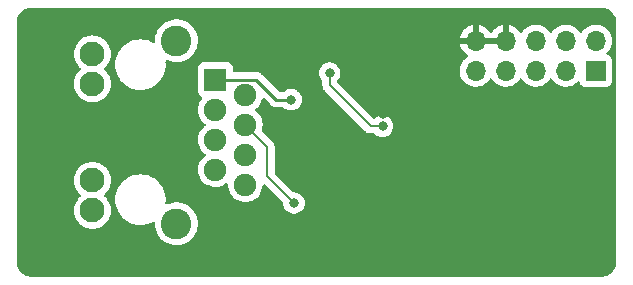
<source format=gbr>
%TF.GenerationSoftware,KiCad,Pcbnew,(6.0.4)*%
%TF.CreationDate,2022-06-15T11:08:02+02:00*%
%TF.ProjectId,W5500_Shield_Ethernet,57353530-305f-4536-9869-656c645f4574,rev?*%
%TF.SameCoordinates,Original*%
%TF.FileFunction,Copper,L2,Bot*%
%TF.FilePolarity,Positive*%
%FSLAX46Y46*%
G04 Gerber Fmt 4.6, Leading zero omitted, Abs format (unit mm)*
G04 Created by KiCad (PCBNEW (6.0.4)) date 2022-06-15 11:08:02*
%MOMM*%
%LPD*%
G01*
G04 APERTURE LIST*
%TA.AperFunction,ComponentPad*%
%ADD10R,1.900000X1.900000*%
%TD*%
%TA.AperFunction,ComponentPad*%
%ADD11C,1.900000*%
%TD*%
%TA.AperFunction,ComponentPad*%
%ADD12C,2.100000*%
%TD*%
%TA.AperFunction,ComponentPad*%
%ADD13C,2.600000*%
%TD*%
%TA.AperFunction,ComponentPad*%
%ADD14R,1.700000X1.700000*%
%TD*%
%TA.AperFunction,ComponentPad*%
%ADD15O,1.700000X1.700000*%
%TD*%
%TA.AperFunction,ViaPad*%
%ADD16C,0.800000*%
%TD*%
%TA.AperFunction,Conductor*%
%ADD17C,0.200000*%
%TD*%
%TA.AperFunction,Conductor*%
%ADD18C,0.250000*%
%TD*%
G04 APERTURE END LIST*
D10*
%TO.P,J1,1,TD+*%
%TO.N,Net-(J1-Pad1)*%
X98345000Y-64805000D03*
D11*
%TO.P,J1,2,TCT*%
%TO.N,Net-(C10-Pad2)*%
X100885000Y-66075000D03*
%TO.P,J1,3,TD-*%
%TO.N,Net-(J1-Pad3)*%
X98345000Y-67345000D03*
%TO.P,J1,4,RD+*%
%TO.N,Net-(C8-Pad2)*%
X100885000Y-68615000D03*
%TO.P,J1,5,RCT*%
%TO.N,Net-(C9-Pad2)*%
X98345000Y-69885000D03*
%TO.P,J1,6,RD-*%
%TO.N,Net-(C7-Pad2)*%
X100885000Y-71155000D03*
%TO.P,J1,7,NC*%
%TO.N,unconnected-(J1-Pad7)*%
X98345000Y-72425000D03*
%TO.P,J1,8,GND*%
%TO.N,Net-(C11-Pad2)*%
X100885000Y-73695000D03*
D12*
%TO.P,J1,L1,LEDY_A*%
%TO.N,+3V3*%
X87935000Y-62625000D03*
%TO.P,J1,L2,LEDY_K*%
%TO.N,/A_LED*%
X87935000Y-65165000D03*
%TO.P,J1,L3,LEDG_A*%
%TO.N,+3V3*%
X87935000Y-73335000D03*
%TO.P,J1,L4,LEDG_K*%
%TO.N,/K_LED*%
X87935000Y-75875000D03*
D13*
%TO.P,J1,SH,SHIELD*%
%TO.N,Net-(C11-Pad2)*%
X95045000Y-76995000D03*
X95045000Y-61505000D03*
%TD*%
D14*
%TO.P,J2,1,Pin_1*%
%TO.N,SCS_eth*%
X130550000Y-64040000D03*
D15*
%TO.P,J2,2,Pin_2*%
%TO.N,+3V3*%
X130550000Y-61500000D03*
%TO.P,J2,3,Pin_3*%
%TO.N,SCLK_eth*%
X128010000Y-64040000D03*
%TO.P,J2,4,Pin_4*%
%TO.N,+3V3*%
X128010000Y-61500000D03*
%TO.P,J2,5,Pin_5*%
%TO.N,MISO_eth*%
X125470000Y-64040000D03*
%TO.P,J2,6,Pin_6*%
%TO.N,+3V3*%
X125470000Y-61500000D03*
%TO.P,J2,7,Pin_7*%
%TO.N,MOSI_eth*%
X122930000Y-64040000D03*
%TO.P,J2,8,Pin_8*%
%TO.N,GND*%
X122930000Y-61500000D03*
%TO.P,J2,9,Pin_9*%
%TO.N,RESET_eth*%
X120390000Y-64040000D03*
%TO.P,J2,10,Pin_10*%
%TO.N,GND*%
X120390000Y-61500000D03*
%TD*%
D16*
%TO.N,GND*%
X121000000Y-71000000D03*
X112500000Y-67750000D03*
X112500000Y-60750000D03*
X109250000Y-77250000D03*
X105000000Y-72750000D03*
X114000000Y-62000000D03*
X110750000Y-65500000D03*
X109250000Y-78500000D03*
X114000000Y-71750000D03*
X110000000Y-73750000D03*
X126500000Y-67000000D03*
X111000000Y-77000000D03*
X102250000Y-62750000D03*
X117750000Y-77250000D03*
X124500000Y-72250000D03*
X110750000Y-75250000D03*
X114500000Y-77500000D03*
X115000000Y-62000000D03*
X114000000Y-76500000D03*
X108750000Y-71000000D03*
%TO.N,+3.3VA*%
X112500000Y-68750000D03*
X108020000Y-64250000D03*
%TO.N,Net-(C8-Pad2)*%
X105000000Y-75250000D03*
%TO.N,Net-(J1-Pad1)*%
X104750000Y-66500000D03*
%TD*%
D17*
%TO.N,+3.3VA*%
X108020000Y-65270000D02*
X111500000Y-68750000D01*
X111500000Y-68750000D02*
X112500000Y-68750000D01*
X108020000Y-64250000D02*
X108020000Y-65270000D01*
%TO.N,Net-(C8-Pad2)*%
X105000000Y-75250000D02*
X102750000Y-73000000D01*
X102750000Y-73000000D02*
X102750000Y-70480000D01*
X102750000Y-70480000D02*
X100885000Y-68615000D01*
D18*
%TO.N,Net-(J1-Pad1)*%
X103500000Y-66500000D02*
X104750000Y-66500000D01*
X98349511Y-64800489D02*
X98345000Y-64805000D01*
X101800489Y-64800489D02*
X98349511Y-64800489D01*
X103500000Y-66500000D02*
X101800489Y-64800489D01*
%TD*%
%TA.AperFunction,Conductor*%
%TO.N,GND*%
G36*
X130970018Y-58710000D02*
G01*
X130984851Y-58712310D01*
X130984855Y-58712310D01*
X130993724Y-58713691D01*
X131007789Y-58711852D01*
X131034003Y-58711176D01*
X131192152Y-58723623D01*
X131211677Y-58726716D01*
X131389459Y-58769398D01*
X131408254Y-58775505D01*
X131492712Y-58810488D01*
X131577166Y-58845470D01*
X131594783Y-58854446D01*
X131750670Y-58949974D01*
X131766665Y-58961596D01*
X131905687Y-59080332D01*
X131919668Y-59094313D01*
X132038404Y-59233335D01*
X132050026Y-59249330D01*
X132145554Y-59405217D01*
X132154530Y-59422834D01*
X132224494Y-59591742D01*
X132230604Y-59610546D01*
X132273284Y-59788322D01*
X132276377Y-59807850D01*
X132288272Y-59958987D01*
X132287630Y-59975875D01*
X132287800Y-59975877D01*
X132287690Y-59984853D01*
X132286309Y-59993724D01*
X132287473Y-60002626D01*
X132287473Y-60002628D01*
X132290436Y-60025283D01*
X132291500Y-60041621D01*
X132291500Y-80150633D01*
X132290000Y-80170018D01*
X132287690Y-80184851D01*
X132287690Y-80184855D01*
X132286309Y-80193724D01*
X132288148Y-80207789D01*
X132288824Y-80234003D01*
X132276377Y-80392150D01*
X132276377Y-80392151D01*
X132273284Y-80411678D01*
X132230604Y-80589454D01*
X132224494Y-80608258D01*
X132154530Y-80777166D01*
X132145554Y-80794783D01*
X132050026Y-80950670D01*
X132038404Y-80966665D01*
X131919668Y-81105687D01*
X131905687Y-81119668D01*
X131766665Y-81238404D01*
X131750670Y-81250026D01*
X131594783Y-81345554D01*
X131577166Y-81354530D01*
X131492712Y-81389512D01*
X131408254Y-81424495D01*
X131389459Y-81430602D01*
X131211678Y-81473284D01*
X131192150Y-81476377D01*
X131041013Y-81488272D01*
X131024125Y-81487630D01*
X131024123Y-81487800D01*
X131015147Y-81487690D01*
X131006276Y-81486309D01*
X130997374Y-81487473D01*
X130997372Y-81487473D01*
X130982323Y-81489441D01*
X130974714Y-81490436D01*
X130958379Y-81491500D01*
X82849367Y-81491500D01*
X82829982Y-81490000D01*
X82815149Y-81487690D01*
X82815145Y-81487690D01*
X82806276Y-81486309D01*
X82792211Y-81488148D01*
X82765997Y-81488824D01*
X82607848Y-81476377D01*
X82588322Y-81473284D01*
X82410541Y-81430602D01*
X82391746Y-81424495D01*
X82307288Y-81389512D01*
X82222834Y-81354530D01*
X82205217Y-81345554D01*
X82049330Y-81250026D01*
X82033335Y-81238404D01*
X81894313Y-81119668D01*
X81880332Y-81105687D01*
X81761596Y-80966665D01*
X81749974Y-80950670D01*
X81654446Y-80794783D01*
X81645470Y-80777166D01*
X81575506Y-80608258D01*
X81569396Y-80589454D01*
X81526716Y-80411678D01*
X81523623Y-80392150D01*
X81512009Y-80244583D01*
X81512994Y-80222258D01*
X81512334Y-80222199D01*
X81512769Y-80217351D01*
X81513576Y-80212552D01*
X81513729Y-80200000D01*
X81509773Y-80172376D01*
X81508500Y-80154514D01*
X81508500Y-75875000D01*
X86371681Y-75875000D01*
X86390928Y-76119557D01*
X86392082Y-76124364D01*
X86392083Y-76124370D01*
X86406750Y-76185462D01*
X86448195Y-76358092D01*
X86542073Y-76584732D01*
X86670248Y-76793896D01*
X86673463Y-76797660D01*
X86673465Y-76797663D01*
X86805451Y-76952197D01*
X86829567Y-76980433D01*
X86833323Y-76983641D01*
X86967805Y-77098500D01*
X87016104Y-77139752D01*
X87020327Y-77142340D01*
X87020330Y-77142342D01*
X87089515Y-77184738D01*
X87225268Y-77267927D01*
X87369967Y-77327864D01*
X87447335Y-77359911D01*
X87447337Y-77359912D01*
X87451908Y-77361805D01*
X87534563Y-77381649D01*
X87685630Y-77417917D01*
X87685636Y-77417918D01*
X87690443Y-77419072D01*
X87935000Y-77438319D01*
X88179557Y-77419072D01*
X88184364Y-77417918D01*
X88184370Y-77417917D01*
X88335437Y-77381649D01*
X88418092Y-77361805D01*
X88422663Y-77359912D01*
X88422665Y-77359911D01*
X88500033Y-77327864D01*
X88644732Y-77267927D01*
X88780485Y-77184738D01*
X88849670Y-77142342D01*
X88849673Y-77142340D01*
X88853896Y-77139752D01*
X88902196Y-77098500D01*
X89036677Y-76983641D01*
X89040433Y-76980433D01*
X89064549Y-76952197D01*
X89196535Y-76797663D01*
X89196537Y-76797660D01*
X89199752Y-76793896D01*
X89327927Y-76584732D01*
X89421805Y-76358092D01*
X89463250Y-76185462D01*
X89477917Y-76124370D01*
X89477918Y-76124364D01*
X89479072Y-76119557D01*
X89498319Y-75875000D01*
X89479072Y-75630443D01*
X89476939Y-75621556D01*
X89434841Y-75446206D01*
X89421805Y-75391908D01*
X89404814Y-75350887D01*
X89350062Y-75218707D01*
X89327927Y-75165268D01*
X89287488Y-75099277D01*
X89860735Y-75099277D01*
X89861294Y-75103521D01*
X89861294Y-75103525D01*
X89868867Y-75161049D01*
X89898705Y-75387687D01*
X89975465Y-75668276D01*
X89977149Y-75672224D01*
X90061538Y-75870070D01*
X90089596Y-75935852D01*
X90238985Y-76185462D01*
X90420867Y-76412489D01*
X90631878Y-76612731D01*
X90868113Y-76782483D01*
X91125200Y-76918603D01*
X91129223Y-76920075D01*
X91129227Y-76920077D01*
X91325358Y-76991851D01*
X91398382Y-77018574D01*
X91682604Y-77080544D01*
X91711650Y-77082830D01*
X91908297Y-77098307D01*
X91908304Y-77098307D01*
X91910753Y-77098500D01*
X92068121Y-77098500D01*
X92070257Y-77098354D01*
X92070268Y-77098354D01*
X92280949Y-77083991D01*
X92280955Y-77083990D01*
X92285226Y-77083699D01*
X92289421Y-77082830D01*
X92289423Y-77082830D01*
X92427654Y-77054204D01*
X92570081Y-77024709D01*
X92844295Y-76927605D01*
X93048994Y-76821952D01*
X93118700Y-76808483D01*
X93184624Y-76834838D01*
X93225833Y-76892651D01*
X93231169Y-76938162D01*
X93232641Y-76938201D01*
X93232518Y-76942874D01*
X93232050Y-76947526D01*
X93232274Y-76952192D01*
X93232274Y-76952197D01*
X93235689Y-77023279D01*
X93244947Y-77216019D01*
X93297388Y-77479656D01*
X93388220Y-77732646D01*
X93515450Y-77969431D01*
X93518241Y-77973168D01*
X93518245Y-77973175D01*
X93599887Y-78082506D01*
X93676281Y-78184810D01*
X93679590Y-78188090D01*
X93679595Y-78188096D01*
X93863863Y-78370762D01*
X93867180Y-78374050D01*
X93870942Y-78376808D01*
X93870945Y-78376811D01*
X93983299Y-78459192D01*
X94083954Y-78532995D01*
X94088089Y-78535171D01*
X94088093Y-78535173D01*
X94317698Y-78655975D01*
X94321840Y-78658154D01*
X94575613Y-78746775D01*
X94580206Y-78747647D01*
X94835109Y-78796042D01*
X94835112Y-78796042D01*
X94839698Y-78796913D01*
X94967370Y-78801929D01*
X95103625Y-78807283D01*
X95103630Y-78807283D01*
X95108293Y-78807466D01*
X95212607Y-78796042D01*
X95370844Y-78778713D01*
X95370850Y-78778712D01*
X95375497Y-78778203D01*
X95380021Y-78777012D01*
X95630918Y-78710956D01*
X95630920Y-78710955D01*
X95635441Y-78709765D01*
X95639738Y-78707919D01*
X95878120Y-78605502D01*
X95878122Y-78605501D01*
X95882414Y-78603657D01*
X96001071Y-78530230D01*
X96107017Y-78464669D01*
X96107021Y-78464666D01*
X96110990Y-78462210D01*
X96316149Y-78288530D01*
X96493382Y-78086434D01*
X96638797Y-77860361D01*
X96749199Y-77615278D01*
X96786209Y-77484051D01*
X96820893Y-77361072D01*
X96820894Y-77361069D01*
X96822163Y-77356568D01*
X96840043Y-77216019D01*
X96855688Y-77093045D01*
X96855688Y-77093041D01*
X96856086Y-77089915D01*
X96856272Y-77082830D01*
X96858488Y-76998160D01*
X96858571Y-76995000D01*
X96838650Y-76726937D01*
X96813374Y-76615231D01*
X96780361Y-76469331D01*
X96780360Y-76469326D01*
X96779327Y-76464763D01*
X96681902Y-76214238D01*
X96548518Y-75980864D01*
X96510588Y-75932749D01*
X96465062Y-75875000D01*
X96382105Y-75769769D01*
X96186317Y-75585591D01*
X95965457Y-75432374D01*
X95961264Y-75430306D01*
X95728564Y-75315551D01*
X95728561Y-75315550D01*
X95724376Y-75313486D01*
X95676745Y-75298239D01*
X95505536Y-75243435D01*
X95468370Y-75231538D01*
X95463763Y-75230788D01*
X95463760Y-75230787D01*
X95207674Y-75189081D01*
X95207675Y-75189081D01*
X95203063Y-75188330D01*
X95072719Y-75186624D01*
X94938961Y-75184873D01*
X94938958Y-75184873D01*
X94934284Y-75184812D01*
X94667937Y-75221060D01*
X94409874Y-75296278D01*
X94405621Y-75298238D01*
X94405620Y-75298239D01*
X94291418Y-75350887D01*
X94221181Y-75361242D01*
X94156495Y-75331979D01*
X94117898Y-75272391D01*
X94113924Y-75218707D01*
X94116291Y-75202081D01*
X94127742Y-75121619D01*
X94128952Y-74890523D01*
X94129243Y-74835009D01*
X94129243Y-74835003D01*
X94129265Y-74830723D01*
X94126908Y-74812815D01*
X94105100Y-74647171D01*
X94091295Y-74542313D01*
X94014535Y-74261724D01*
X94000491Y-74228799D01*
X93902090Y-73998100D01*
X93902088Y-73998096D01*
X93900404Y-73994148D01*
X93751015Y-73744538D01*
X93736337Y-73726216D01*
X93651661Y-73620523D01*
X93569133Y-73517511D01*
X93376807Y-73335000D01*
X93361231Y-73320219D01*
X93361228Y-73320217D01*
X93358122Y-73317269D01*
X93121887Y-73147517D01*
X92864800Y-73011397D01*
X92860777Y-73009925D01*
X92860773Y-73009923D01*
X92595649Y-72912901D01*
X92595647Y-72912900D01*
X92591618Y-72911426D01*
X92307396Y-72849456D01*
X92263598Y-72846009D01*
X92081703Y-72831693D01*
X92081696Y-72831693D01*
X92079247Y-72831500D01*
X91921879Y-72831500D01*
X91919743Y-72831646D01*
X91919732Y-72831646D01*
X91709051Y-72846009D01*
X91709045Y-72846010D01*
X91704774Y-72846301D01*
X91700579Y-72847170D01*
X91700577Y-72847170D01*
X91654462Y-72856720D01*
X91419919Y-72905291D01*
X91145705Y-73002395D01*
X91141896Y-73004361D01*
X90995219Y-73080067D01*
X90887207Y-73135816D01*
X90883706Y-73138277D01*
X90883702Y-73138279D01*
X90870558Y-73147517D01*
X90649208Y-73303085D01*
X90646067Y-73306004D01*
X90465354Y-73473933D01*
X90436112Y-73501106D01*
X90433398Y-73504422D01*
X90433395Y-73504425D01*
X90338370Y-73620523D01*
X90251861Y-73726216D01*
X90099867Y-73974248D01*
X90098148Y-73978165D01*
X90098146Y-73978168D01*
X90084515Y-74009220D01*
X89982941Y-74240614D01*
X89981765Y-74244742D01*
X89981764Y-74244745D01*
X89964715Y-74304595D01*
X89903246Y-74520384D01*
X89902642Y-74524626D01*
X89902641Y-74524632D01*
X89877567Y-74700811D01*
X89862258Y-74808381D01*
X89860735Y-75099277D01*
X89287488Y-75099277D01*
X89199752Y-74956104D01*
X89193757Y-74949084D01*
X89043641Y-74773323D01*
X89040433Y-74769567D01*
X89010420Y-74743933D01*
X88959931Y-74700811D01*
X88921122Y-74641360D01*
X88920616Y-74570365D01*
X88959931Y-74509189D01*
X89036677Y-74443641D01*
X89040433Y-74440433D01*
X89123759Y-74342872D01*
X89196535Y-74257663D01*
X89196537Y-74257660D01*
X89199752Y-74253896D01*
X89212098Y-74233750D01*
X89271113Y-74137445D01*
X89327927Y-74044732D01*
X89390561Y-73893521D01*
X89419911Y-73822665D01*
X89419912Y-73822663D01*
X89421805Y-73818092D01*
X89479072Y-73579557D01*
X89498319Y-73335000D01*
X89479072Y-73090443D01*
X89477732Y-73084859D01*
X89436094Y-72911426D01*
X89421805Y-72851908D01*
X89419843Y-72847170D01*
X89368220Y-72722544D01*
X89327927Y-72625268D01*
X89224566Y-72456597D01*
X89202342Y-72420330D01*
X89202340Y-72420327D01*
X89199752Y-72416104D01*
X89181657Y-72394917D01*
X89176812Y-72389244D01*
X96881938Y-72389244D01*
X96882235Y-72394396D01*
X96882235Y-72394400D01*
X96884338Y-72430873D01*
X96895744Y-72628680D01*
X96896879Y-72633717D01*
X96896880Y-72633723D01*
X96947331Y-72857592D01*
X96948470Y-72862646D01*
X97038702Y-73084859D01*
X97164014Y-73289351D01*
X97321043Y-73470630D01*
X97505571Y-73623828D01*
X97712643Y-73744831D01*
X97717468Y-73746673D01*
X97717469Y-73746674D01*
X97760595Y-73763142D01*
X97936697Y-73830389D01*
X97941763Y-73831420D01*
X97941764Y-73831420D01*
X97998039Y-73842869D01*
X98171716Y-73878204D01*
X98307264Y-73883174D01*
X98406225Y-73886803D01*
X98406229Y-73886803D01*
X98411389Y-73886992D01*
X98416509Y-73886336D01*
X98416511Y-73886336D01*
X98644151Y-73857175D01*
X98644152Y-73857175D01*
X98649279Y-73856518D01*
X98732935Y-73831420D01*
X98874042Y-73789086D01*
X98874047Y-73789084D01*
X98878997Y-73787599D01*
X99094374Y-73682087D01*
X99098579Y-73679087D01*
X99098585Y-73679084D01*
X99224443Y-73589310D01*
X99291516Y-73566037D01*
X99360525Y-73582720D01*
X99409559Y-73634064D01*
X99423402Y-73684636D01*
X99435744Y-73898680D01*
X99436879Y-73903717D01*
X99436880Y-73903723D01*
X99457258Y-73994148D01*
X99488470Y-74132646D01*
X99490419Y-74137445D01*
X99573835Y-74342872D01*
X99578702Y-74354859D01*
X99704014Y-74559351D01*
X99707398Y-74563257D01*
X99707399Y-74563259D01*
X99714221Y-74571134D01*
X99861043Y-74740630D01*
X100045571Y-74893828D01*
X100252643Y-75014831D01*
X100476697Y-75100389D01*
X100481763Y-75101420D01*
X100481764Y-75101420D01*
X100492111Y-75103525D01*
X100711716Y-75148204D01*
X100847264Y-75153174D01*
X100946225Y-75156803D01*
X100946229Y-75156803D01*
X100951389Y-75156992D01*
X100956509Y-75156336D01*
X100956511Y-75156336D01*
X101184151Y-75127175D01*
X101184152Y-75127175D01*
X101189279Y-75126518D01*
X101205608Y-75121619D01*
X101414042Y-75059086D01*
X101414047Y-75059084D01*
X101418997Y-75057599D01*
X101634374Y-74952087D01*
X101638579Y-74949087D01*
X101638585Y-74949084D01*
X101737618Y-74878444D01*
X101829627Y-74812815D01*
X101999511Y-74643523D01*
X102023422Y-74610248D01*
X102136445Y-74452958D01*
X102139463Y-74448758D01*
X102143578Y-74440433D01*
X102243433Y-74238392D01*
X102243434Y-74238390D01*
X102245727Y-74233750D01*
X102315447Y-74004274D01*
X102346752Y-73766492D01*
X102346946Y-73758563D01*
X102368609Y-73690952D01*
X102423387Y-73645786D01*
X102493887Y-73637406D01*
X102562003Y-73672552D01*
X104050281Y-75160830D01*
X104084307Y-75223142D01*
X104086841Y-75246716D01*
X104086496Y-75250000D01*
X104087186Y-75256565D01*
X104105447Y-75430306D01*
X104106458Y-75439928D01*
X104165473Y-75621556D01*
X104168776Y-75627278D01*
X104168777Y-75627279D01*
X104190057Y-75664137D01*
X104260960Y-75786944D01*
X104388747Y-75928866D01*
X104543248Y-76041118D01*
X104549276Y-76043802D01*
X104549278Y-76043803D01*
X104711681Y-76116109D01*
X104717712Y-76118794D01*
X104811112Y-76138647D01*
X104898056Y-76157128D01*
X104898061Y-76157128D01*
X104904513Y-76158500D01*
X105095487Y-76158500D01*
X105101939Y-76157128D01*
X105101944Y-76157128D01*
X105188888Y-76138647D01*
X105282288Y-76118794D01*
X105288319Y-76116109D01*
X105450722Y-76043803D01*
X105450724Y-76043802D01*
X105456752Y-76041118D01*
X105611253Y-75928866D01*
X105739040Y-75786944D01*
X105809943Y-75664137D01*
X105831223Y-75627279D01*
X105831224Y-75627278D01*
X105834527Y-75621556D01*
X105893542Y-75439928D01*
X105894554Y-75430306D01*
X105912814Y-75256565D01*
X105913504Y-75250000D01*
X105905079Y-75169839D01*
X105894232Y-75066635D01*
X105894232Y-75066633D01*
X105893542Y-75060072D01*
X105834527Y-74878444D01*
X105739040Y-74713056D01*
X105611253Y-74571134D01*
X105456752Y-74458882D01*
X105450724Y-74456198D01*
X105450722Y-74456197D01*
X105288319Y-74383891D01*
X105288318Y-74383891D01*
X105282288Y-74381206D01*
X105188888Y-74361353D01*
X105101944Y-74342872D01*
X105101939Y-74342872D01*
X105095487Y-74341500D01*
X105004239Y-74341500D01*
X104936118Y-74321498D01*
X104915144Y-74304595D01*
X103395405Y-72784856D01*
X103361379Y-72722544D01*
X103358500Y-72695761D01*
X103358500Y-70528136D01*
X103359578Y-70511690D01*
X103362672Y-70488188D01*
X103363750Y-70480000D01*
X103358500Y-70440122D01*
X103358500Y-70440115D01*
X103342838Y-70321150D01*
X103281524Y-70173125D01*
X103276497Y-70166574D01*
X103276495Y-70166570D01*
X103261722Y-70147318D01*
X103208483Y-70077936D01*
X103208477Y-70077928D01*
X103208474Y-70077925D01*
X103183987Y-70046013D01*
X103177432Y-70040983D01*
X103158621Y-70026548D01*
X103146230Y-70015681D01*
X102308143Y-69177594D01*
X102274117Y-69115282D01*
X102276680Y-69051870D01*
X102308036Y-68948668D01*
X102315447Y-68924274D01*
X102346752Y-68686492D01*
X102347252Y-68666021D01*
X102348417Y-68618365D01*
X102348417Y-68618361D01*
X102348499Y-68615000D01*
X102335987Y-68462815D01*
X102329271Y-68381124D01*
X102329270Y-68381118D01*
X102328847Y-68375973D01*
X102270420Y-68143364D01*
X102268364Y-68138634D01*
X102268361Y-68138627D01*
X102176847Y-67928159D01*
X102176845Y-67928156D01*
X102174787Y-67923422D01*
X102149214Y-67883891D01*
X102047325Y-67726396D01*
X102047323Y-67726393D01*
X102044515Y-67722053D01*
X101886758Y-67548680D01*
X101886582Y-67548487D01*
X101886580Y-67548486D01*
X101883104Y-67544665D01*
X101879053Y-67541466D01*
X101879049Y-67541462D01*
X101755333Y-67443757D01*
X101714270Y-67385840D01*
X101711038Y-67314917D01*
X101746664Y-67253505D01*
X101760257Y-67242296D01*
X101825423Y-67195814D01*
X101825425Y-67195812D01*
X101829627Y-67192815D01*
X101999511Y-67023523D01*
X102008396Y-67011159D01*
X102136445Y-66832958D01*
X102139463Y-66828758D01*
X102208078Y-66689928D01*
X102243433Y-66618392D01*
X102243434Y-66618390D01*
X102245727Y-66613750D01*
X102247234Y-66608791D01*
X102294663Y-66452686D01*
X102333604Y-66393322D01*
X102398458Y-66364435D01*
X102468634Y-66375196D01*
X102504316Y-66400220D01*
X102996343Y-66892247D01*
X103003887Y-66900537D01*
X103008000Y-66907018D01*
X103013777Y-66912443D01*
X103057667Y-66953658D01*
X103060509Y-66956413D01*
X103080231Y-66976135D01*
X103083355Y-66978558D01*
X103083359Y-66978562D01*
X103083424Y-66978612D01*
X103092445Y-66986317D01*
X103124679Y-67016586D01*
X103131627Y-67020405D01*
X103131629Y-67020407D01*
X103142432Y-67026346D01*
X103158959Y-67037202D01*
X103168698Y-67044757D01*
X103168700Y-67044758D01*
X103174960Y-67049614D01*
X103215540Y-67067174D01*
X103226188Y-67072391D01*
X103264940Y-67093695D01*
X103272616Y-67095666D01*
X103272619Y-67095667D01*
X103284562Y-67098733D01*
X103303267Y-67105137D01*
X103321855Y-67113181D01*
X103329678Y-67114420D01*
X103329688Y-67114423D01*
X103365524Y-67120099D01*
X103377144Y-67122505D01*
X103412289Y-67131528D01*
X103419970Y-67133500D01*
X103440224Y-67133500D01*
X103459934Y-67135051D01*
X103479943Y-67138220D01*
X103487835Y-67137474D01*
X103523961Y-67134059D01*
X103535819Y-67133500D01*
X104041800Y-67133500D01*
X104109921Y-67153502D01*
X104129147Y-67169843D01*
X104129420Y-67169540D01*
X104134332Y-67173963D01*
X104138747Y-67178866D01*
X104152931Y-67189171D01*
X104278327Y-67280277D01*
X104293248Y-67291118D01*
X104299276Y-67293802D01*
X104299278Y-67293803D01*
X104461681Y-67366109D01*
X104467712Y-67368794D01*
X104547907Y-67385840D01*
X104648056Y-67407128D01*
X104648061Y-67407128D01*
X104654513Y-67408500D01*
X104845487Y-67408500D01*
X104851939Y-67407128D01*
X104851944Y-67407128D01*
X104952093Y-67385840D01*
X105032288Y-67368794D01*
X105038319Y-67366109D01*
X105200722Y-67293803D01*
X105200724Y-67293802D01*
X105206752Y-67291118D01*
X105221674Y-67280277D01*
X105337926Y-67195814D01*
X105361253Y-67178866D01*
X105397851Y-67138220D01*
X105484621Y-67041852D01*
X105484622Y-67041851D01*
X105489040Y-67036944D01*
X105564053Y-66907018D01*
X105581223Y-66877279D01*
X105581224Y-66877278D01*
X105584527Y-66871556D01*
X105643542Y-66689928D01*
X105647428Y-66652960D01*
X105662814Y-66506565D01*
X105663504Y-66500000D01*
X105643542Y-66310072D01*
X105584527Y-66128444D01*
X105574503Y-66111081D01*
X105511354Y-66001705D01*
X105489040Y-65963056D01*
X105361253Y-65821134D01*
X105241763Y-65734319D01*
X105212094Y-65712763D01*
X105212093Y-65712762D01*
X105206752Y-65708882D01*
X105200724Y-65706198D01*
X105200722Y-65706197D01*
X105038319Y-65633891D01*
X105038318Y-65633891D01*
X105032288Y-65631206D01*
X104938888Y-65611353D01*
X104851944Y-65592872D01*
X104851939Y-65592872D01*
X104845487Y-65591500D01*
X104654513Y-65591500D01*
X104648061Y-65592872D01*
X104648056Y-65592872D01*
X104561112Y-65611353D01*
X104467712Y-65631206D01*
X104461682Y-65633891D01*
X104461681Y-65633891D01*
X104299278Y-65706197D01*
X104299276Y-65706198D01*
X104293248Y-65708882D01*
X104287907Y-65712762D01*
X104287906Y-65712763D01*
X104258237Y-65734319D01*
X104138747Y-65821134D01*
X104134332Y-65826037D01*
X104129420Y-65830460D01*
X104128295Y-65829211D01*
X104074986Y-65862051D01*
X104041800Y-65866500D01*
X103814594Y-65866500D01*
X103746473Y-65846498D01*
X103725499Y-65829595D01*
X103024202Y-65128297D01*
X102304141Y-64408236D01*
X102296601Y-64399950D01*
X102292489Y-64393471D01*
X102242837Y-64346845D01*
X102239996Y-64344091D01*
X102220259Y-64324354D01*
X102217062Y-64321874D01*
X102208040Y-64314169D01*
X102181589Y-64289330D01*
X102175810Y-64283903D01*
X102168864Y-64280084D01*
X102168861Y-64280082D01*
X102158055Y-64274141D01*
X102141536Y-64263290D01*
X102141072Y-64262930D01*
X102125530Y-64250875D01*
X102123508Y-64250000D01*
X107106496Y-64250000D01*
X107107186Y-64256565D01*
X107114606Y-64327158D01*
X107126458Y-64439928D01*
X107185473Y-64621556D01*
X107280960Y-64786944D01*
X107285378Y-64791851D01*
X107285379Y-64791852D01*
X107379136Y-64895980D01*
X107409854Y-64959987D01*
X107411500Y-64980290D01*
X107411500Y-65221864D01*
X107410422Y-65238307D01*
X107406250Y-65270000D01*
X107411500Y-65309880D01*
X107411500Y-65309885D01*
X107419663Y-65371883D01*
X107419858Y-65373366D01*
X107419858Y-65373368D01*
X107425256Y-65414370D01*
X107427162Y-65428851D01*
X107488476Y-65576876D01*
X107493503Y-65583427D01*
X107493504Y-65583429D01*
X107561520Y-65672069D01*
X107561526Y-65672075D01*
X107586013Y-65703987D01*
X107592568Y-65709017D01*
X107611379Y-65723452D01*
X107623770Y-65734319D01*
X111035685Y-69146234D01*
X111046552Y-69158625D01*
X111066013Y-69183987D01*
X111097925Y-69208474D01*
X111097928Y-69208477D01*
X111193124Y-69281524D01*
X111200754Y-69284684D01*
X111200755Y-69284685D01*
X111225439Y-69294909D01*
X111341150Y-69342838D01*
X111460115Y-69358500D01*
X111460120Y-69358500D01*
X111460129Y-69358501D01*
X111491812Y-69362672D01*
X111500000Y-69363750D01*
X111531693Y-69359578D01*
X111548136Y-69358500D01*
X111769290Y-69358500D01*
X111837411Y-69378502D01*
X111862926Y-69400189D01*
X111888747Y-69428866D01*
X112043248Y-69541118D01*
X112049276Y-69543802D01*
X112049278Y-69543803D01*
X112199685Y-69610768D01*
X112217712Y-69618794D01*
X112311113Y-69638647D01*
X112398056Y-69657128D01*
X112398061Y-69657128D01*
X112404513Y-69658500D01*
X112595487Y-69658500D01*
X112601939Y-69657128D01*
X112601944Y-69657128D01*
X112688887Y-69638647D01*
X112782288Y-69618794D01*
X112800315Y-69610768D01*
X112950722Y-69543803D01*
X112950724Y-69543802D01*
X112956752Y-69541118D01*
X113111253Y-69428866D01*
X113239040Y-69286944D01*
X113334527Y-69121556D01*
X113393542Y-68939928D01*
X113395727Y-68919144D01*
X113412814Y-68756565D01*
X113413504Y-68750000D01*
X113395557Y-68579244D01*
X113394232Y-68566635D01*
X113394232Y-68566633D01*
X113393542Y-68560072D01*
X113334527Y-68378444D01*
X113239040Y-68213056D01*
X113111253Y-68071134D01*
X112956752Y-67958882D01*
X112950724Y-67956198D01*
X112950722Y-67956197D01*
X112788319Y-67883891D01*
X112788318Y-67883891D01*
X112782288Y-67881206D01*
X112688887Y-67861353D01*
X112601944Y-67842872D01*
X112601939Y-67842872D01*
X112595487Y-67841500D01*
X112404513Y-67841500D01*
X112398061Y-67842872D01*
X112398056Y-67842872D01*
X112311113Y-67861353D01*
X112217712Y-67881206D01*
X112211682Y-67883891D01*
X112211681Y-67883891D01*
X112049278Y-67956197D01*
X112049276Y-67956198D01*
X112043248Y-67958882D01*
X111888747Y-68071134D01*
X111884333Y-68076037D01*
X111884330Y-68076039D01*
X111879487Y-68081418D01*
X111819042Y-68118659D01*
X111748058Y-68117309D01*
X111696754Y-68086205D01*
X108672289Y-65061740D01*
X108638263Y-64999428D01*
X108643328Y-64928613D01*
X108667747Y-64888335D01*
X108759040Y-64786944D01*
X108854527Y-64621556D01*
X108913542Y-64439928D01*
X108925395Y-64327158D01*
X108932814Y-64256565D01*
X108933504Y-64250000D01*
X108913542Y-64060072D01*
X108896199Y-64006695D01*
X119027251Y-64006695D01*
X119027548Y-64011848D01*
X119027548Y-64011851D01*
X119030516Y-64063323D01*
X119040110Y-64229715D01*
X119041247Y-64234761D01*
X119041248Y-64234767D01*
X119047682Y-64263315D01*
X119089222Y-64447639D01*
X119173266Y-64654616D01*
X119210685Y-64715678D01*
X119287291Y-64840688D01*
X119289987Y-64845088D01*
X119436250Y-65013938D01*
X119608126Y-65156632D01*
X119801000Y-65269338D01*
X120009692Y-65349030D01*
X120014760Y-65350061D01*
X120014763Y-65350062D01*
X120093834Y-65366149D01*
X120228597Y-65393567D01*
X120233772Y-65393757D01*
X120233774Y-65393757D01*
X120446673Y-65401564D01*
X120446677Y-65401564D01*
X120451837Y-65401753D01*
X120456957Y-65401097D01*
X120456959Y-65401097D01*
X120668288Y-65374025D01*
X120668289Y-65374025D01*
X120673416Y-65373368D01*
X120704028Y-65364184D01*
X120882429Y-65310661D01*
X120882434Y-65310659D01*
X120887384Y-65309174D01*
X121087994Y-65210896D01*
X121269860Y-65081173D01*
X121428096Y-64923489D01*
X121487594Y-64840689D01*
X121558453Y-64742077D01*
X121559776Y-64743028D01*
X121606645Y-64699857D01*
X121676580Y-64687625D01*
X121742026Y-64715144D01*
X121769875Y-64746994D01*
X121829987Y-64845088D01*
X121976250Y-65013938D01*
X122148126Y-65156632D01*
X122341000Y-65269338D01*
X122549692Y-65349030D01*
X122554760Y-65350061D01*
X122554763Y-65350062D01*
X122633834Y-65366149D01*
X122768597Y-65393567D01*
X122773772Y-65393757D01*
X122773774Y-65393757D01*
X122986673Y-65401564D01*
X122986677Y-65401564D01*
X122991837Y-65401753D01*
X122996957Y-65401097D01*
X122996959Y-65401097D01*
X123208288Y-65374025D01*
X123208289Y-65374025D01*
X123213416Y-65373368D01*
X123244028Y-65364184D01*
X123422429Y-65310661D01*
X123422434Y-65310659D01*
X123427384Y-65309174D01*
X123627994Y-65210896D01*
X123809860Y-65081173D01*
X123968096Y-64923489D01*
X124027594Y-64840689D01*
X124098453Y-64742077D01*
X124099776Y-64743028D01*
X124146645Y-64699857D01*
X124216580Y-64687625D01*
X124282026Y-64715144D01*
X124309875Y-64746994D01*
X124369987Y-64845088D01*
X124516250Y-65013938D01*
X124688126Y-65156632D01*
X124881000Y-65269338D01*
X125089692Y-65349030D01*
X125094760Y-65350061D01*
X125094763Y-65350062D01*
X125173834Y-65366149D01*
X125308597Y-65393567D01*
X125313772Y-65393757D01*
X125313774Y-65393757D01*
X125526673Y-65401564D01*
X125526677Y-65401564D01*
X125531837Y-65401753D01*
X125536957Y-65401097D01*
X125536959Y-65401097D01*
X125748288Y-65374025D01*
X125748289Y-65374025D01*
X125753416Y-65373368D01*
X125784028Y-65364184D01*
X125962429Y-65310661D01*
X125962434Y-65310659D01*
X125967384Y-65309174D01*
X126167994Y-65210896D01*
X126349860Y-65081173D01*
X126508096Y-64923489D01*
X126567594Y-64840689D01*
X126638453Y-64742077D01*
X126639776Y-64743028D01*
X126686645Y-64699857D01*
X126756580Y-64687625D01*
X126822026Y-64715144D01*
X126849875Y-64746994D01*
X126909987Y-64845088D01*
X127056250Y-65013938D01*
X127228126Y-65156632D01*
X127421000Y-65269338D01*
X127629692Y-65349030D01*
X127634760Y-65350061D01*
X127634763Y-65350062D01*
X127713834Y-65366149D01*
X127848597Y-65393567D01*
X127853772Y-65393757D01*
X127853774Y-65393757D01*
X128066673Y-65401564D01*
X128066677Y-65401564D01*
X128071837Y-65401753D01*
X128076957Y-65401097D01*
X128076959Y-65401097D01*
X128288288Y-65374025D01*
X128288289Y-65374025D01*
X128293416Y-65373368D01*
X128324028Y-65364184D01*
X128502429Y-65310661D01*
X128502434Y-65310659D01*
X128507384Y-65309174D01*
X128707994Y-65210896D01*
X128889860Y-65081173D01*
X128998091Y-64973319D01*
X129060462Y-64939404D01*
X129131268Y-64944592D01*
X129188030Y-64987238D01*
X129205012Y-65018341D01*
X129249385Y-65136705D01*
X129336739Y-65253261D01*
X129453295Y-65340615D01*
X129589684Y-65391745D01*
X129651866Y-65398500D01*
X131448134Y-65398500D01*
X131510316Y-65391745D01*
X131646705Y-65340615D01*
X131763261Y-65253261D01*
X131850615Y-65136705D01*
X131901745Y-65000316D01*
X131908500Y-64938134D01*
X131908500Y-63141866D01*
X131901745Y-63079684D01*
X131850615Y-62943295D01*
X131763261Y-62826739D01*
X131646705Y-62739385D01*
X131578871Y-62713955D01*
X131528203Y-62694960D01*
X131471439Y-62652318D01*
X131446739Y-62585756D01*
X131461947Y-62516408D01*
X131483493Y-62487727D01*
X131584435Y-62387137D01*
X131588096Y-62383489D01*
X131594706Y-62374291D01*
X131715435Y-62206277D01*
X131718453Y-62202077D01*
X131731995Y-62174678D01*
X131815136Y-62006453D01*
X131815137Y-62006451D01*
X131817430Y-62001811D01*
X131882370Y-61788069D01*
X131911529Y-61566590D01*
X131912678Y-61519567D01*
X131913074Y-61503365D01*
X131913074Y-61503361D01*
X131913156Y-61500000D01*
X131894852Y-61277361D01*
X131840431Y-61060702D01*
X131751354Y-60855840D01*
X131641463Y-60685974D01*
X131632822Y-60672617D01*
X131632820Y-60672614D01*
X131630014Y-60668277D01*
X131479670Y-60503051D01*
X131475619Y-60499852D01*
X131475615Y-60499848D01*
X131308414Y-60367800D01*
X131308410Y-60367798D01*
X131304359Y-60364598D01*
X131268028Y-60344542D01*
X131252136Y-60335769D01*
X131108789Y-60256638D01*
X131103920Y-60254914D01*
X131103916Y-60254912D01*
X130903087Y-60183795D01*
X130903083Y-60183794D01*
X130898212Y-60182069D01*
X130893119Y-60181162D01*
X130893116Y-60181161D01*
X130683373Y-60143800D01*
X130683367Y-60143799D01*
X130678284Y-60142894D01*
X130604452Y-60141992D01*
X130460081Y-60140228D01*
X130460079Y-60140228D01*
X130454911Y-60140165D01*
X130234091Y-60173955D01*
X130021756Y-60243357D01*
X129823607Y-60346507D01*
X129819474Y-60349610D01*
X129819471Y-60349612D01*
X129649100Y-60477530D01*
X129644965Y-60480635D01*
X129490629Y-60642138D01*
X129383201Y-60799621D01*
X129328293Y-60844621D01*
X129257768Y-60852792D01*
X129194021Y-60821538D01*
X129173324Y-60797054D01*
X129092822Y-60672617D01*
X129092820Y-60672614D01*
X129090014Y-60668277D01*
X128939670Y-60503051D01*
X128935619Y-60499852D01*
X128935615Y-60499848D01*
X128768414Y-60367800D01*
X128768410Y-60367798D01*
X128764359Y-60364598D01*
X128728028Y-60344542D01*
X128712136Y-60335769D01*
X128568789Y-60256638D01*
X128563920Y-60254914D01*
X128563916Y-60254912D01*
X128363087Y-60183795D01*
X128363083Y-60183794D01*
X128358212Y-60182069D01*
X128353119Y-60181162D01*
X128353116Y-60181161D01*
X128143373Y-60143800D01*
X128143367Y-60143799D01*
X128138284Y-60142894D01*
X128064452Y-60141992D01*
X127920081Y-60140228D01*
X127920079Y-60140228D01*
X127914911Y-60140165D01*
X127694091Y-60173955D01*
X127481756Y-60243357D01*
X127283607Y-60346507D01*
X127279474Y-60349610D01*
X127279471Y-60349612D01*
X127109100Y-60477530D01*
X127104965Y-60480635D01*
X126950629Y-60642138D01*
X126843201Y-60799621D01*
X126788293Y-60844621D01*
X126717768Y-60852792D01*
X126654021Y-60821538D01*
X126633324Y-60797054D01*
X126552822Y-60672617D01*
X126552820Y-60672614D01*
X126550014Y-60668277D01*
X126399670Y-60503051D01*
X126395619Y-60499852D01*
X126395615Y-60499848D01*
X126228414Y-60367800D01*
X126228410Y-60367798D01*
X126224359Y-60364598D01*
X126188028Y-60344542D01*
X126172136Y-60335769D01*
X126028789Y-60256638D01*
X126023920Y-60254914D01*
X126023916Y-60254912D01*
X125823087Y-60183795D01*
X125823083Y-60183794D01*
X125818212Y-60182069D01*
X125813119Y-60181162D01*
X125813116Y-60181161D01*
X125603373Y-60143800D01*
X125603367Y-60143799D01*
X125598284Y-60142894D01*
X125524452Y-60141992D01*
X125380081Y-60140228D01*
X125380079Y-60140228D01*
X125374911Y-60140165D01*
X125154091Y-60173955D01*
X124941756Y-60243357D01*
X124743607Y-60346507D01*
X124739474Y-60349610D01*
X124739471Y-60349612D01*
X124569100Y-60477530D01*
X124564965Y-60480635D01*
X124410629Y-60642138D01*
X124407720Y-60646403D01*
X124407714Y-60646411D01*
X124395404Y-60664457D01*
X124303204Y-60799618D01*
X124302898Y-60800066D01*
X124247987Y-60845069D01*
X124177462Y-60853240D01*
X124113715Y-60821986D01*
X124093018Y-60797502D01*
X124012426Y-60672926D01*
X124006136Y-60664757D01*
X123862806Y-60507240D01*
X123855273Y-60500215D01*
X123688139Y-60368222D01*
X123679552Y-60362517D01*
X123493117Y-60259599D01*
X123483705Y-60255369D01*
X123282959Y-60184280D01*
X123272988Y-60181646D01*
X123201837Y-60168972D01*
X123188540Y-60170432D01*
X123184000Y-60184989D01*
X123184000Y-61628000D01*
X123163998Y-61696121D01*
X123110342Y-61742614D01*
X123058000Y-61754000D01*
X119073225Y-61754000D01*
X119059694Y-61757973D01*
X119058257Y-61767966D01*
X119088565Y-61902446D01*
X119091645Y-61912275D01*
X119171770Y-62109603D01*
X119176413Y-62118794D01*
X119287694Y-62300388D01*
X119293777Y-62308699D01*
X119433213Y-62469667D01*
X119440580Y-62476883D01*
X119604434Y-62612916D01*
X119612881Y-62618831D01*
X119681969Y-62659203D01*
X119730693Y-62710842D01*
X119743764Y-62780625D01*
X119717033Y-62846396D01*
X119676584Y-62879752D01*
X119663607Y-62886507D01*
X119659474Y-62889610D01*
X119659471Y-62889612D01*
X119549461Y-62972210D01*
X119484965Y-63020635D01*
X119445525Y-63061907D01*
X119356287Y-63155289D01*
X119330629Y-63182138D01*
X119327720Y-63186403D01*
X119327714Y-63186411D01*
X119304149Y-63220956D01*
X119204743Y-63366680D01*
X119184741Y-63409771D01*
X119149191Y-63486358D01*
X119110688Y-63569305D01*
X119050989Y-63784570D01*
X119027251Y-64006695D01*
X108896199Y-64006695D01*
X108854527Y-63878444D01*
X108759040Y-63713056D01*
X108672284Y-63616703D01*
X108635675Y-63576045D01*
X108635674Y-63576044D01*
X108631253Y-63571134D01*
X108476752Y-63458882D01*
X108470724Y-63456198D01*
X108470722Y-63456197D01*
X108308319Y-63383891D01*
X108308318Y-63383891D01*
X108302288Y-63381206D01*
X108208888Y-63361353D01*
X108121944Y-63342872D01*
X108121939Y-63342872D01*
X108115487Y-63341500D01*
X107924513Y-63341500D01*
X107918061Y-63342872D01*
X107918056Y-63342872D01*
X107831112Y-63361353D01*
X107737712Y-63381206D01*
X107731682Y-63383891D01*
X107731681Y-63383891D01*
X107569278Y-63456197D01*
X107569276Y-63456198D01*
X107563248Y-63458882D01*
X107408747Y-63571134D01*
X107404326Y-63576044D01*
X107404325Y-63576045D01*
X107367717Y-63616703D01*
X107280960Y-63713056D01*
X107185473Y-63878444D01*
X107126458Y-64060072D01*
X107106496Y-64250000D01*
X102123508Y-64250000D01*
X102118261Y-64247730D01*
X102118257Y-64247727D01*
X102084952Y-64233315D01*
X102074302Y-64228098D01*
X102035549Y-64206794D01*
X102015926Y-64201756D01*
X101997223Y-64195352D01*
X101985909Y-64190456D01*
X101985908Y-64190456D01*
X101978634Y-64187308D01*
X101970811Y-64186069D01*
X101970801Y-64186066D01*
X101934965Y-64180390D01*
X101923345Y-64177984D01*
X101888200Y-64168961D01*
X101888199Y-64168961D01*
X101880519Y-64166989D01*
X101860265Y-64166989D01*
X101840554Y-64165438D01*
X101828375Y-64163509D01*
X101820546Y-64162269D01*
X101812654Y-64163015D01*
X101776528Y-64166430D01*
X101764670Y-64166989D01*
X99929500Y-64166989D01*
X99861379Y-64146987D01*
X99814886Y-64093331D01*
X99803500Y-64040989D01*
X99803500Y-63806866D01*
X99796745Y-63744684D01*
X99745615Y-63608295D01*
X99658261Y-63491739D01*
X99541705Y-63404385D01*
X99405316Y-63353255D01*
X99343134Y-63346500D01*
X97346866Y-63346500D01*
X97284684Y-63353255D01*
X97148295Y-63404385D01*
X97031739Y-63491739D01*
X96944385Y-63608295D01*
X96893255Y-63744684D01*
X96886500Y-63806866D01*
X96886500Y-65803134D01*
X96893255Y-65865316D01*
X96944385Y-66001705D01*
X97031739Y-66118261D01*
X97148295Y-66205615D01*
X97156704Y-66208767D01*
X97156705Y-66208768D01*
X97166876Y-66212581D01*
X97223641Y-66255222D01*
X97248341Y-66321784D01*
X97233134Y-66391132D01*
X97213741Y-66417614D01*
X97207648Y-66423990D01*
X97204734Y-66428262D01*
X97204733Y-66428263D01*
X97151319Y-66506565D01*
X97072495Y-66622117D01*
X96971516Y-66839656D01*
X96955199Y-66898495D01*
X96916733Y-67037202D01*
X96907424Y-67070768D01*
X96881938Y-67309244D01*
X96882235Y-67314396D01*
X96882235Y-67314400D01*
X96884338Y-67350873D01*
X96895744Y-67548680D01*
X96896879Y-67553717D01*
X96896880Y-67553723D01*
X96947331Y-67777592D01*
X96948470Y-67782646D01*
X96987934Y-67879834D01*
X97020033Y-67958882D01*
X97038702Y-68004859D01*
X97164014Y-68209351D01*
X97321043Y-68390630D01*
X97476109Y-68519368D01*
X97515742Y-68578268D01*
X97517240Y-68649249D01*
X97480126Y-68709772D01*
X97471275Y-68717070D01*
X97418673Y-68756565D01*
X97373345Y-68790598D01*
X97207648Y-68963990D01*
X97072495Y-69162117D01*
X96971516Y-69379656D01*
X96907424Y-69610768D01*
X96881938Y-69849244D01*
X96882235Y-69854396D01*
X96882235Y-69854400D01*
X96884338Y-69890873D01*
X96895744Y-70088680D01*
X96896879Y-70093717D01*
X96896880Y-70093723D01*
X96913297Y-70166570D01*
X96948470Y-70322646D01*
X97038702Y-70544859D01*
X97164014Y-70749351D01*
X97321043Y-70930630D01*
X97476109Y-71059368D01*
X97515742Y-71118268D01*
X97517240Y-71189249D01*
X97480126Y-71249772D01*
X97471276Y-71257069D01*
X97373345Y-71330598D01*
X97207648Y-71503990D01*
X97072495Y-71702117D01*
X96971516Y-71919656D01*
X96907424Y-72150768D01*
X96881938Y-72389244D01*
X89176812Y-72389244D01*
X89043641Y-72233323D01*
X89040433Y-72229567D01*
X89036677Y-72226359D01*
X88857663Y-72073465D01*
X88857660Y-72073463D01*
X88853896Y-72070248D01*
X88849673Y-72067660D01*
X88849670Y-72067658D01*
X88780485Y-72025262D01*
X88644732Y-71942073D01*
X88500033Y-71882136D01*
X88422665Y-71850089D01*
X88422663Y-71850088D01*
X88418092Y-71848195D01*
X88335437Y-71828351D01*
X88184370Y-71792083D01*
X88184364Y-71792082D01*
X88179557Y-71790928D01*
X87935000Y-71771681D01*
X87690443Y-71790928D01*
X87685636Y-71792082D01*
X87685630Y-71792083D01*
X87534563Y-71828351D01*
X87451908Y-71848195D01*
X87447337Y-71850088D01*
X87447335Y-71850089D01*
X87369967Y-71882136D01*
X87225268Y-71942073D01*
X87089515Y-72025262D01*
X87020330Y-72067658D01*
X87020327Y-72067660D01*
X87016104Y-72070248D01*
X87012340Y-72073463D01*
X87012337Y-72073465D01*
X86833323Y-72226359D01*
X86829567Y-72229567D01*
X86826359Y-72233323D01*
X86688344Y-72394917D01*
X86670248Y-72416104D01*
X86667660Y-72420327D01*
X86667658Y-72420330D01*
X86645434Y-72456597D01*
X86542073Y-72625268D01*
X86501780Y-72722544D01*
X86450158Y-72847170D01*
X86448195Y-72851908D01*
X86433906Y-72911426D01*
X86392269Y-73084859D01*
X86390928Y-73090443D01*
X86371681Y-73335000D01*
X86390928Y-73579557D01*
X86448195Y-73818092D01*
X86450088Y-73822663D01*
X86450089Y-73822665D01*
X86479439Y-73893521D01*
X86542073Y-74044732D01*
X86598887Y-74137445D01*
X86657903Y-74233750D01*
X86670248Y-74253896D01*
X86673463Y-74257660D01*
X86673465Y-74257663D01*
X86746241Y-74342872D01*
X86829567Y-74440433D01*
X86833323Y-74443641D01*
X86910069Y-74509189D01*
X86948878Y-74568640D01*
X86949384Y-74639635D01*
X86910069Y-74700811D01*
X86859580Y-74743933D01*
X86829567Y-74769567D01*
X86826359Y-74773323D01*
X86676244Y-74949084D01*
X86670248Y-74956104D01*
X86542073Y-75165268D01*
X86519938Y-75218707D01*
X86465187Y-75350887D01*
X86448195Y-75391908D01*
X86435159Y-75446206D01*
X86393062Y-75621556D01*
X86390928Y-75630443D01*
X86371681Y-75875000D01*
X81508500Y-75875000D01*
X81508500Y-65165000D01*
X86371681Y-65165000D01*
X86390928Y-65409557D01*
X86392082Y-65414364D01*
X86392083Y-65414370D01*
X86395560Y-65428851D01*
X86448195Y-65648092D01*
X86450088Y-65652663D01*
X86450089Y-65652665D01*
X86450638Y-65653991D01*
X86542073Y-65874732D01*
X86670248Y-66083896D01*
X86673463Y-66087660D01*
X86673465Y-66087663D01*
X86774207Y-66205615D01*
X86829567Y-66270433D01*
X86833323Y-66273641D01*
X87009358Y-66423990D01*
X87016104Y-66429752D01*
X87020327Y-66432340D01*
X87020330Y-66432342D01*
X87053529Y-66452686D01*
X87225268Y-66557927D01*
X87348064Y-66608791D01*
X87447335Y-66649911D01*
X87447337Y-66649912D01*
X87451908Y-66651805D01*
X87534563Y-66671649D01*
X87685630Y-66707917D01*
X87685636Y-66707918D01*
X87690443Y-66709072D01*
X87935000Y-66728319D01*
X88179557Y-66709072D01*
X88184364Y-66707918D01*
X88184370Y-66707917D01*
X88335437Y-66671649D01*
X88418092Y-66651805D01*
X88422663Y-66649912D01*
X88422665Y-66649911D01*
X88521936Y-66608791D01*
X88644732Y-66557927D01*
X88816471Y-66452686D01*
X88849670Y-66432342D01*
X88849673Y-66432340D01*
X88853896Y-66429752D01*
X88860643Y-66423990D01*
X89036677Y-66273641D01*
X89040433Y-66270433D01*
X89095793Y-66205615D01*
X89196535Y-66087663D01*
X89196537Y-66087660D01*
X89199752Y-66083896D01*
X89327927Y-65874732D01*
X89419362Y-65653991D01*
X89419911Y-65652665D01*
X89419912Y-65652663D01*
X89421805Y-65648092D01*
X89474440Y-65428851D01*
X89477917Y-65414370D01*
X89477918Y-65414364D01*
X89479072Y-65409557D01*
X89498319Y-65165000D01*
X89479072Y-64920443D01*
X89421805Y-64681908D01*
X89412325Y-64659020D01*
X89387864Y-64599967D01*
X89327927Y-64455268D01*
X89207891Y-64259386D01*
X89202342Y-64250330D01*
X89202340Y-64250327D01*
X89199752Y-64246104D01*
X89193067Y-64238276D01*
X89043641Y-64063323D01*
X89040433Y-64059567D01*
X88984565Y-64011851D01*
X88959931Y-63990811D01*
X88921122Y-63931360D01*
X88920616Y-63860365D01*
X88959931Y-63799189D01*
X89036677Y-63733641D01*
X89040433Y-63730433D01*
X89050391Y-63718774D01*
X89092666Y-63669277D01*
X89860735Y-63669277D01*
X89861294Y-63673521D01*
X89861294Y-63673525D01*
X89871697Y-63752540D01*
X89898705Y-63957687D01*
X89899838Y-63961827D01*
X89899838Y-63961829D01*
X89920858Y-64038665D01*
X89975465Y-64238276D01*
X89977149Y-64242224D01*
X90069970Y-64459839D01*
X90089596Y-64505852D01*
X90238985Y-64755462D01*
X90241669Y-64758813D01*
X90241671Y-64758815D01*
X90307264Y-64840689D01*
X90420867Y-64982489D01*
X90572379Y-65126268D01*
X90618389Y-65169930D01*
X90631878Y-65182731D01*
X90868113Y-65352483D01*
X91125200Y-65488603D01*
X91129223Y-65490075D01*
X91129227Y-65490077D01*
X91394351Y-65587099D01*
X91398382Y-65588574D01*
X91682604Y-65650544D01*
X91711650Y-65652830D01*
X91908297Y-65668307D01*
X91908304Y-65668307D01*
X91910753Y-65668500D01*
X92068121Y-65668500D01*
X92070257Y-65668354D01*
X92070268Y-65668354D01*
X92280949Y-65653991D01*
X92280955Y-65653990D01*
X92285226Y-65653699D01*
X92289421Y-65652830D01*
X92289423Y-65652830D01*
X92427654Y-65624204D01*
X92570081Y-65594709D01*
X92844295Y-65497605D01*
X93030371Y-65401564D01*
X93098986Y-65366149D01*
X93098987Y-65366149D01*
X93102793Y-65364184D01*
X93106294Y-65361723D01*
X93106298Y-65361721D01*
X93248453Y-65261812D01*
X93340792Y-65196915D01*
X93532961Y-65018341D01*
X93550745Y-65001815D01*
X93550748Y-65001812D01*
X93553888Y-64998894D01*
X93559155Y-64992460D01*
X93683378Y-64840689D01*
X93738139Y-64773784D01*
X93890133Y-64525752D01*
X93898869Y-64505852D01*
X93968667Y-64346846D01*
X94007059Y-64259386D01*
X94009484Y-64250875D01*
X94064893Y-64056359D01*
X94086754Y-63979616D01*
X94089286Y-63961829D01*
X94127137Y-63695870D01*
X94127742Y-63691619D01*
X94128751Y-63498919D01*
X94129243Y-63405009D01*
X94129243Y-63405003D01*
X94129265Y-63400723D01*
X94113798Y-63283242D01*
X94124737Y-63213095D01*
X94171865Y-63159996D01*
X94240219Y-63140806D01*
X94297388Y-63155289D01*
X94321840Y-63168154D01*
X94575613Y-63256775D01*
X94580206Y-63257647D01*
X94835109Y-63306042D01*
X94835112Y-63306042D01*
X94839698Y-63306913D01*
X94967370Y-63311929D01*
X95103625Y-63317283D01*
X95103630Y-63317283D01*
X95108293Y-63317466D01*
X95212607Y-63306042D01*
X95370844Y-63288713D01*
X95370850Y-63288712D01*
X95375497Y-63288203D01*
X95380021Y-63287012D01*
X95630918Y-63220956D01*
X95630920Y-63220955D01*
X95635441Y-63219765D01*
X95650966Y-63213095D01*
X95878120Y-63115502D01*
X95878122Y-63115501D01*
X95882414Y-63113657D01*
X96013829Y-63032335D01*
X96107017Y-62974669D01*
X96107021Y-62974666D01*
X96110990Y-62972210D01*
X96316149Y-62798530D01*
X96493382Y-62596434D01*
X96500251Y-62585756D01*
X96636269Y-62374291D01*
X96638797Y-62370361D01*
X96749199Y-62125278D01*
X96782711Y-62006453D01*
X96820893Y-61871072D01*
X96820894Y-61871069D01*
X96822163Y-61866568D01*
X96842614Y-61705816D01*
X96855688Y-61603045D01*
X96855688Y-61603041D01*
X96856086Y-61599915D01*
X96856519Y-61583402D01*
X96858091Y-61523323D01*
X96858571Y-61505000D01*
X96838650Y-61236937D01*
X96838027Y-61234183D01*
X119054389Y-61234183D01*
X119055912Y-61242607D01*
X119068292Y-61246000D01*
X120117885Y-61246000D01*
X120133124Y-61241525D01*
X120134329Y-61240135D01*
X120136000Y-61232452D01*
X120136000Y-61227885D01*
X120644000Y-61227885D01*
X120648475Y-61243124D01*
X120649865Y-61244329D01*
X120657548Y-61246000D01*
X122657885Y-61246000D01*
X122673124Y-61241525D01*
X122674329Y-61240135D01*
X122676000Y-61232452D01*
X122676000Y-60183102D01*
X122672082Y-60169758D01*
X122657806Y-60167771D01*
X122619324Y-60173660D01*
X122609288Y-60176051D01*
X122406868Y-60242212D01*
X122397359Y-60246209D01*
X122208463Y-60344542D01*
X122199738Y-60350036D01*
X122029433Y-60477905D01*
X122021726Y-60484748D01*
X121874590Y-60638717D01*
X121868104Y-60646727D01*
X121763193Y-60800521D01*
X121708282Y-60845524D01*
X121637757Y-60853695D01*
X121574010Y-60822441D01*
X121553313Y-60797957D01*
X121472427Y-60672926D01*
X121466136Y-60664757D01*
X121322806Y-60507240D01*
X121315273Y-60500215D01*
X121148139Y-60368222D01*
X121139552Y-60362517D01*
X120953117Y-60259599D01*
X120943705Y-60255369D01*
X120742959Y-60184280D01*
X120732988Y-60181646D01*
X120661837Y-60168972D01*
X120648540Y-60170432D01*
X120644000Y-60184989D01*
X120644000Y-61227885D01*
X120136000Y-61227885D01*
X120136000Y-60183102D01*
X120132082Y-60169758D01*
X120117806Y-60167771D01*
X120079324Y-60173660D01*
X120069288Y-60176051D01*
X119866868Y-60242212D01*
X119857359Y-60246209D01*
X119668463Y-60344542D01*
X119659738Y-60350036D01*
X119489433Y-60477905D01*
X119481726Y-60484748D01*
X119334590Y-60638717D01*
X119328104Y-60646727D01*
X119208098Y-60822649D01*
X119203000Y-60831623D01*
X119113338Y-61024783D01*
X119109775Y-61034470D01*
X119054389Y-61234183D01*
X96838027Y-61234183D01*
X96837619Y-61232379D01*
X96780361Y-60979331D01*
X96780360Y-60979326D01*
X96779327Y-60974763D01*
X96681902Y-60724238D01*
X96548518Y-60490864D01*
X96540455Y-60480635D01*
X96451835Y-60368222D01*
X96382105Y-60279769D01*
X96186317Y-60095591D01*
X95994493Y-59962517D01*
X95969299Y-59945039D01*
X95969296Y-59945037D01*
X95965457Y-59942374D01*
X95961264Y-59940306D01*
X95728564Y-59825551D01*
X95728561Y-59825550D01*
X95724376Y-59823486D01*
X95676745Y-59808239D01*
X95614523Y-59788322D01*
X95468370Y-59741538D01*
X95463763Y-59740788D01*
X95463760Y-59740787D01*
X95207674Y-59699081D01*
X95207675Y-59699081D01*
X95203063Y-59698330D01*
X95072719Y-59696624D01*
X94938961Y-59694873D01*
X94938958Y-59694873D01*
X94934284Y-59694812D01*
X94667937Y-59731060D01*
X94409874Y-59806278D01*
X94165763Y-59918815D01*
X94161854Y-59921378D01*
X93944881Y-60063631D01*
X93944876Y-60063635D01*
X93940968Y-60066197D01*
X93740426Y-60245188D01*
X93568544Y-60451854D01*
X93566121Y-60455847D01*
X93434394Y-60672926D01*
X93429096Y-60681656D01*
X93427287Y-60685970D01*
X93427285Y-60685974D01*
X93360381Y-60845524D01*
X93325148Y-60929545D01*
X93258981Y-61190077D01*
X93232050Y-61457526D01*
X93232274Y-61462192D01*
X93232274Y-61462197D01*
X93237130Y-61563280D01*
X93220419Y-61632282D01*
X93169056Y-61681296D01*
X93099348Y-61694760D01*
X93052316Y-61680681D01*
X92868587Y-61583402D01*
X92868586Y-61583401D01*
X92864800Y-61581397D01*
X92860777Y-61579925D01*
X92860773Y-61579923D01*
X92595649Y-61482901D01*
X92595647Y-61482900D01*
X92591618Y-61481426D01*
X92307396Y-61419456D01*
X92263598Y-61416009D01*
X92081703Y-61401693D01*
X92081696Y-61401693D01*
X92079247Y-61401500D01*
X91921879Y-61401500D01*
X91919743Y-61401646D01*
X91919732Y-61401646D01*
X91709051Y-61416009D01*
X91709045Y-61416010D01*
X91704774Y-61416301D01*
X91700579Y-61417170D01*
X91700577Y-61417170D01*
X91685130Y-61420369D01*
X91419919Y-61475291D01*
X91145705Y-61572395D01*
X91141896Y-61574361D01*
X90908628Y-61694760D01*
X90887207Y-61705816D01*
X90883706Y-61708277D01*
X90883702Y-61708279D01*
X90880784Y-61710330D01*
X90649208Y-61873085D01*
X90436112Y-62071106D01*
X90433398Y-62074422D01*
X90433395Y-62074425D01*
X90332710Y-62197438D01*
X90251861Y-62296216D01*
X90099867Y-62544248D01*
X90098148Y-62548165D01*
X90098146Y-62548168D01*
X90062255Y-62629930D01*
X89982941Y-62810614D01*
X89981765Y-62814742D01*
X89981764Y-62814745D01*
X89963246Y-62879754D01*
X89903246Y-63090384D01*
X89902642Y-63094626D01*
X89902641Y-63094632D01*
X89870927Y-63317466D01*
X89862258Y-63378381D01*
X89860735Y-63669277D01*
X89092666Y-63669277D01*
X89196535Y-63547663D01*
X89196537Y-63547660D01*
X89199752Y-63543896D01*
X89327927Y-63334732D01*
X89421805Y-63108092D01*
X89441904Y-63024373D01*
X89477917Y-62874370D01*
X89477918Y-62874364D01*
X89479072Y-62869557D01*
X89498319Y-62625000D01*
X89479072Y-62380443D01*
X89477596Y-62374291D01*
X89437199Y-62206028D01*
X89421805Y-62141908D01*
X89413052Y-62120775D01*
X89365697Y-62006453D01*
X89327927Y-61915268D01*
X89199752Y-61706104D01*
X89190064Y-61694760D01*
X89043641Y-61523323D01*
X89040433Y-61519567D01*
X88988593Y-61475291D01*
X88857663Y-61363465D01*
X88857660Y-61363463D01*
X88853896Y-61360248D01*
X88849673Y-61357660D01*
X88849670Y-61357658D01*
X88780485Y-61315262D01*
X88644732Y-61232073D01*
X88500033Y-61172136D01*
X88422665Y-61140089D01*
X88422663Y-61140088D01*
X88418092Y-61138195D01*
X88335437Y-61118351D01*
X88184370Y-61082083D01*
X88184364Y-61082082D01*
X88179557Y-61080928D01*
X87935000Y-61061681D01*
X87690443Y-61080928D01*
X87685636Y-61082082D01*
X87685630Y-61082083D01*
X87534563Y-61118351D01*
X87451908Y-61138195D01*
X87447337Y-61140088D01*
X87447335Y-61140089D01*
X87369967Y-61172136D01*
X87225268Y-61232073D01*
X87089515Y-61315262D01*
X87020330Y-61357658D01*
X87020327Y-61357660D01*
X87016104Y-61360248D01*
X87012340Y-61363463D01*
X87012337Y-61363465D01*
X86881407Y-61475291D01*
X86829567Y-61519567D01*
X86826359Y-61523323D01*
X86679937Y-61694760D01*
X86670248Y-61706104D01*
X86542073Y-61915268D01*
X86504303Y-62006453D01*
X86456949Y-62120775D01*
X86448195Y-62141908D01*
X86432801Y-62206028D01*
X86392405Y-62374291D01*
X86390928Y-62380443D01*
X86371681Y-62625000D01*
X86390928Y-62869557D01*
X86392082Y-62874364D01*
X86392083Y-62874370D01*
X86428096Y-63024373D01*
X86448195Y-63108092D01*
X86542073Y-63334732D01*
X86670248Y-63543896D01*
X86673463Y-63547660D01*
X86673465Y-63547663D01*
X86819609Y-63718774D01*
X86829567Y-63730433D01*
X86833323Y-63733641D01*
X86910069Y-63799189D01*
X86948878Y-63858640D01*
X86949384Y-63929635D01*
X86910069Y-63990811D01*
X86885435Y-64011851D01*
X86829567Y-64059567D01*
X86826359Y-64063323D01*
X86676934Y-64238276D01*
X86670248Y-64246104D01*
X86667660Y-64250327D01*
X86667658Y-64250330D01*
X86662109Y-64259386D01*
X86542073Y-64455268D01*
X86482136Y-64599967D01*
X86457676Y-64659020D01*
X86448195Y-64681908D01*
X86390928Y-64920443D01*
X86371681Y-65165000D01*
X81508500Y-65165000D01*
X81508500Y-60053250D01*
X81510246Y-60032345D01*
X81512770Y-60017344D01*
X81512770Y-60017341D01*
X81513576Y-60012552D01*
X81513729Y-60000000D01*
X81512334Y-59990257D01*
X81511451Y-59962517D01*
X81523623Y-59807851D01*
X81526716Y-59788322D01*
X81569396Y-59610546D01*
X81575506Y-59591742D01*
X81645470Y-59422834D01*
X81654446Y-59405217D01*
X81749974Y-59249330D01*
X81761596Y-59233335D01*
X81880332Y-59094313D01*
X81894313Y-59080332D01*
X82033335Y-58961596D01*
X82049330Y-58949974D01*
X82205217Y-58854446D01*
X82222834Y-58845470D01*
X82307288Y-58810488D01*
X82391746Y-58775505D01*
X82410541Y-58769398D01*
X82588323Y-58726716D01*
X82607850Y-58723623D01*
X82758987Y-58711728D01*
X82775875Y-58712370D01*
X82775877Y-58712200D01*
X82784853Y-58712310D01*
X82793724Y-58713691D01*
X82802626Y-58712527D01*
X82802628Y-58712527D01*
X82820864Y-58710142D01*
X82825286Y-58709564D01*
X82841621Y-58708500D01*
X130950633Y-58708500D01*
X130970018Y-58710000D01*
G37*
%TD.AperFunction*%
%TD*%
M02*

</source>
